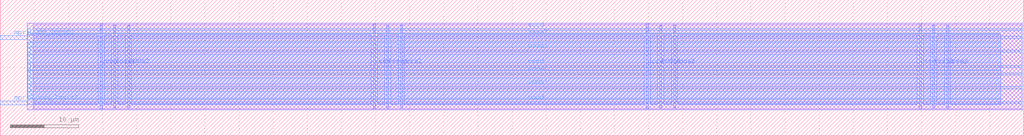
<source format=lef>
VERSION 5.7 ;
  NOWIREEXTENSIONATPIN ON ;
  DIVIDERCHAR "/" ;
  BUSBITCHARS "[]" ;
MACRO mgmt_protect_hv
  CLASS BLOCK ;
  FOREIGN mgmt_protect_hv ;
  ORIGIN 0.000 0.000 ;
  SIZE 150.000 BY 20.000 ;
  PIN mprj2_vdd_logic1
    DIRECTION OUTPUT TRISTATE ;
    USE SIGNAL ;
    PORT
      LAYER met3 ;
        RECT 0.000 4.510 4.000 5.110 ;
    END
  END mprj2_vdd_logic1
  PIN mprj_vdd_logic1
    DIRECTION OUTPUT TRISTATE ;
    USE SIGNAL ;
    PORT
      LAYER met3 ;
        RECT 0.000 14.130 4.000 14.730 ;
    END
  END mprj_vdd_logic1
  PIN vccd
    DIRECTION INOUT ;
    USE POWER ;
    PORT
      LAYER met2 ;
        RECT 94.650 3.815 94.950 16.535 ;
    END
  END vccd
  PIN vccd
    DIRECTION INOUT ;
    USE POWER ;
    PORT
      LAYER met2 ;
        RECT 14.650 3.815 14.950 16.535 ;
    END
  END vccd
  PIN vccd
    DIRECTION INOUT ;
    USE POWER ;
    PORT
      LAYER met3 ;
        RECT 4.800 15.465 149.760 15.765 ;
    END
  END vccd
  PIN vccd
    DIRECTION INOUT ;
    USE POWER ;
    PORT
      LAYER met3 ;
        RECT 4.800 4.665 149.760 4.965 ;
    END
  END vccd
  PIN vssd
    DIRECTION INOUT ;
    USE GROUND ;
    PORT
      LAYER met2 ;
        RECT 134.650 3.815 134.950 16.535 ;
    END
  END vssd
  PIN vssd
    DIRECTION INOUT ;
    USE GROUND ;
    PORT
      LAYER met2 ;
        RECT 54.650 3.815 54.950 16.535 ;
    END
  END vssd
  PIN vssd
    DIRECTION INOUT ;
    USE GROUND ;
    PORT
      LAYER met3 ;
        RECT 4.800 10.065 149.760 10.365 ;
    END
  END vssd
  PIN vdda1
    DIRECTION INOUT ;
    USE POWER ;
    PORT
      LAYER met2 ;
        RECT 96.650 4.070 96.950 16.280 ;
    END
  END vdda1
  PIN vdda1
    DIRECTION INOUT ;
    USE POWER ;
    PORT
      LAYER met2 ;
        RECT 16.650 4.070 16.950 16.280 ;
    END
  END vdda1
  PIN vdda1
    DIRECTION INOUT ;
    USE POWER ;
    PORT
      LAYER met3 ;
        RECT 4.800 6.920 149.760 7.220 ;
    END
  END vdda1
  PIN vssa1
    DIRECTION INOUT ;
    USE GROUND ;
    PORT
      LAYER met2 ;
        RECT 136.650 4.070 136.950 16.280 ;
    END
  END vssa1
  PIN vssa1
    DIRECTION INOUT ;
    USE GROUND ;
    PORT
      LAYER met2 ;
        RECT 56.650 4.070 56.950 16.280 ;
    END
  END vssa1
  PIN vssa1
    DIRECTION INOUT ;
    USE GROUND ;
    PORT
      LAYER met3 ;
        RECT 4.800 12.320 149.760 12.620 ;
    END
  END vssa1
  PIN vdda2
    DIRECTION INOUT ;
    USE POWER ;
    PORT
      LAYER met2 ;
        RECT 98.650 4.070 98.950 16.280 ;
    END
  END vdda2
  PIN vdda2
    DIRECTION INOUT ;
    USE POWER ;
    PORT
      LAYER met2 ;
        RECT 18.650 4.070 18.950 16.280 ;
    END
  END vdda2
  PIN vdda2
    DIRECTION INOUT ;
    USE POWER ;
    PORT
      LAYER met3 ;
        RECT 4.800 8.920 149.760 9.220 ;
    END
  END vdda2
  PIN vssa2
    DIRECTION INOUT ;
    USE GROUND ;
    PORT
      LAYER met2 ;
        RECT 138.650 4.070 138.950 16.280 ;
    END
  END vssa2
  PIN vssa2
    DIRECTION INOUT ;
    USE GROUND ;
    PORT
      LAYER met2 ;
        RECT 58.650 4.070 58.950 16.280 ;
    END
  END vssa2
  PIN vssa2
    DIRECTION INOUT ;
    USE GROUND ;
    PORT
      LAYER met3 ;
        RECT 4.800 14.320 149.760 14.620 ;
    END
  END vssa2
  OBS
      LAYER li1 ;
        RECT 4.800 3.985 149.760 16.365 ;
      LAYER met1 ;
        RECT 3.920 3.815 149.760 16.535 ;
      LAYER met2 ;
        RECT 3.940 4.625 14.370 14.855 ;
        RECT 15.230 4.625 16.370 14.855 ;
        RECT 17.230 4.625 18.370 14.855 ;
        RECT 19.230 4.625 54.370 14.855 ;
        RECT 55.230 4.625 56.370 14.855 ;
        RECT 57.230 4.625 58.370 14.855 ;
        RECT 59.230 4.625 94.370 14.855 ;
        RECT 95.230 4.625 96.370 14.855 ;
        RECT 97.230 4.625 98.370 14.855 ;
        RECT 99.230 4.625 134.370 14.855 ;
        RECT 135.230 4.625 136.370 14.855 ;
        RECT 137.230 4.625 138.370 14.855 ;
        RECT 139.230 4.625 146.560 14.855 ;
      LAYER met3 ;
        RECT 4.000 15.130 4.400 15.780 ;
        RECT 4.400 15.020 146.585 15.065 ;
        RECT 4.400 13.730 146.585 13.920 ;
        RECT 4.000 13.020 146.585 13.730 ;
        RECT 4.000 11.920 4.400 13.020 ;
        RECT 4.000 10.765 146.585 11.920 ;
        RECT 4.000 9.665 4.400 10.765 ;
        RECT 4.000 9.620 146.585 9.665 ;
        RECT 4.000 8.520 4.400 9.620 ;
        RECT 4.000 7.620 146.585 8.520 ;
        RECT 4.000 6.520 4.400 7.620 ;
        RECT 4.000 5.510 146.585 6.520 ;
        RECT 4.400 5.365 146.585 5.510 ;
  END
END mgmt_protect_hv
END LIBRARY


</source>
